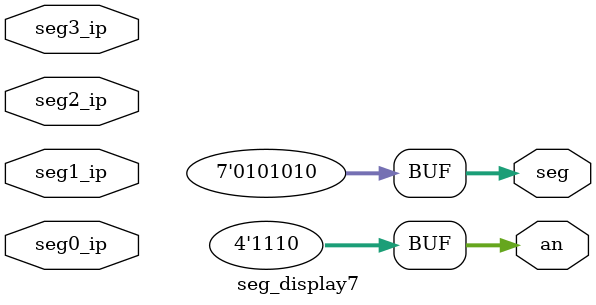
<source format=v>
`timescale 1ns / 1ps

module seg_display7(
    input [6:0] seg0_ip, 
    input [6:0] seg1_ip, 
    input [6:0] seg2_ip, 
    input [6:0] seg3_ip,

    output [6:0] seg, 
    output [3:0] an
);

    assign an = 4'b1110; 
    assign seg = 7'b010_1010;    

endmodule

</source>
